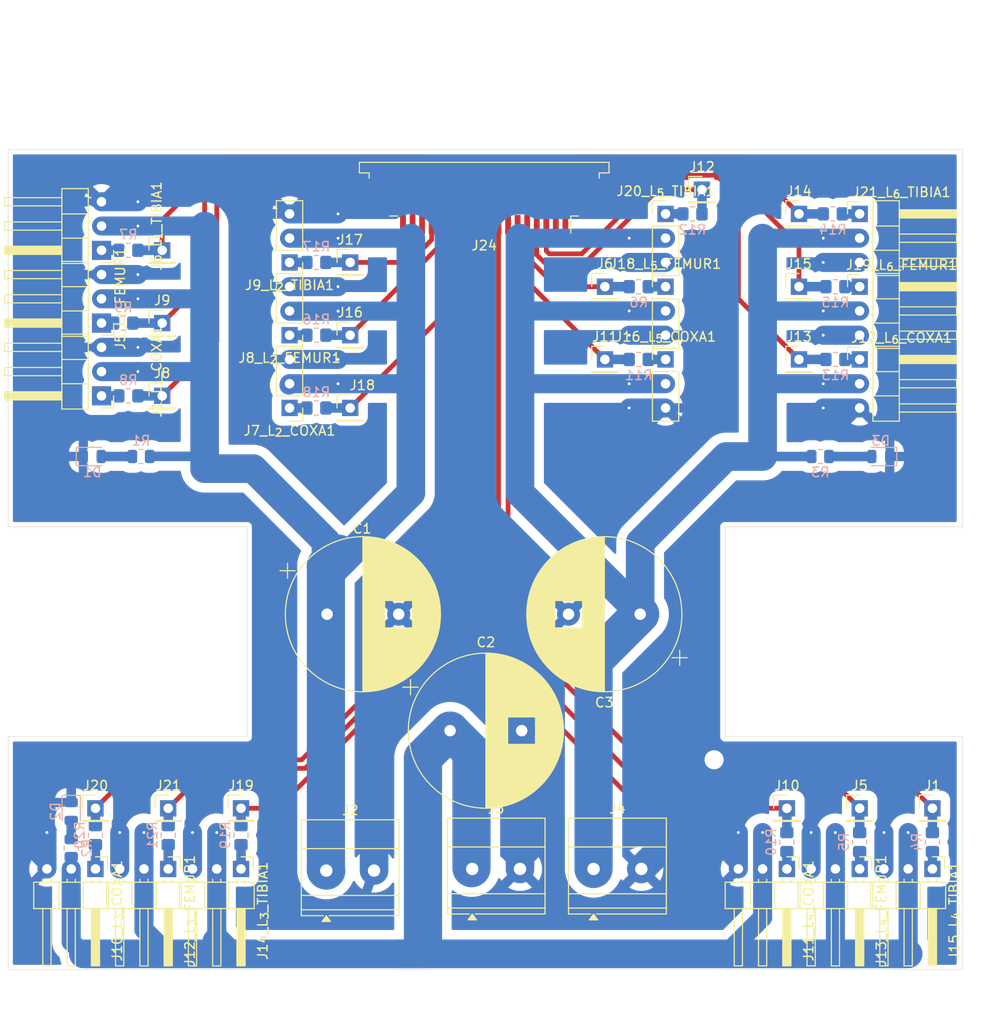
<source format=kicad_pcb>
(kicad_pcb (version 20241229) (generator "pcbnew") (generator_version "9.0")
  (layers (0 "F.Cu" signal) (2 "B.Cu" signal) (13 "F.Paste" user) (15 "B.Paste" user) (5 "F.SilkS" user "F.Silkscreen") (7 "B.SilkS" user "B.Silkscreen") (1 "F.Mask" user) (3 "B.Mask" user) (25 "Edge.Cuts" user))
  (net 0 "")
  (net 1 "L_{1}_COXA")
  (net 2 "GND")
  (net 3 "6V_UBEC1")
  (net 4 "L_{1}_FEMUR")
  (net 5 "L_{2}_COXA")
  (net 6 "L_{2}_FEMUR")
  (net 7 "L_{2}_TIBIA")
  (net 8 "L_{3}_COXA")
  (net 9 "L_{4}_COXA")
  (net 10 "L_{3}_FEMUR")
  (net 11 "L_{4}_FEMUR")
  (net 12 "L_{3}_TIBIA")
  (net 13 "L_{4}_TIBIA")
  (net 14 "L_{5}_COXA")
  (net 15 "L_{6}_COXA")
  (net 16 "L_{5}_FEMUR")
  (net 17 "L_{6}_FEMUR")
  (net 18 "L_{5}_TIBIA")
  (net 19 "L_{6}_TIBIA")
  (net 20 "6V_UBEC2")
  (net 21 "6V_UBEC3")
  (net 22 "Net-(D1-A)")
  (net 23 "Net-(D2-A)")
  (net 24 "Net-(D3-A)")
  (net 25 "L_{1}_TIBIA")
  (footprint "Connector_PinHeader_2.54mm:PinHeader_1x01_P2.54mm_Vertical" (layer "F.Cu") (at 207.01 59.69)
    (property "Reference" "J15")
    (property "Value" "Conn_01x01_Pin")
  )
  (footprint "Connector_PinHeader_2.54mm:PinHeader_1x01_P2.54mm_Vertical" (layer "F.Cu") (at 148.59 114.3)
    (property "Reference" "J19")
    (property "Value" "Conn_01x01_Pin")
  )
  (footprint "Connector_PinHeader_2.54mm:PinHeader_1x01_P2.54mm_Vertical" (layer "F.Cu") (at 205.74 114.3)
    (property "Reference" "J10")
    (property "Value" "Conn_01x01_Pin")
  )
  (footprint "Connector_PinHeader_2.54mm:PinHeader_1x03_P2.54mm_Horizontal" (layer "F.Cu") (at 148.59 120.65 -90)
    (property "Reference" "J14_L_{3}_TIBIA1")
    (property "Value" "Conn_01x03_Pin")
  )
  (footprint "Connector_PinHeader_2.54mm:PinHeader_1x03_P2.54mm_Horizontal" (layer "F.Cu") (at 213.36 67.31)
    (property "Reference" "J17_L_{6}_COXA1")
    (property "Value" "Conn_01x03_Pin")
  )
  (footprint "Connector_PinHeader_2.54mm:PinHeader_1x03_P2.54mm_Vertical" (layer "F.Cu") (at 193.04 52.07)
    (property "Reference" "J20_L_{5}_TIBIA1")
    (property "Value" "Conn_01x03_Pin")
  )
  (footprint "TerminalBlock_Phoenix:TerminalBlock_Phoenix_MKDS-1,5-2_1x02_P5.00mm_Horizontal" (layer "F.Cu") (at 172.8 120.65)
    (property "Reference" "J3")
    (property "Value" "Barrel_Jack")
  )
  (footprint "Connector_PinHeader_2.54mm:PinHeader_1x01_P2.54mm_Vertical" (layer "F.Cu") (at 186.69 67.31)
    (property "Reference" "J11")
    (property "Value" "Conn_01x01_Pin")
  )
  (footprint "Connector_PinHeader_2.54mm:PinHeader_1x01_P2.54mm_Vertical" (layer "F.Cu") (at 140.335 55.88)
    (property "Reference" "J7" (hide yes))
    (property "Value" "Conn_01x01_Pin")
  )
  (footprint "Connector_FFC-FPC:TE_1-84952-8_1x18-1MP_P1.0mm_Horizontal" (layer "F.Cu") (at 174.05 51.38 180)
    (property "Reference" "J24")
    (property "Value" "Conn_01x18")
  )
  (footprint "Capacitor_THT:CP_Radial_D16.0mm_P7.50mm" (layer "F.Cu") (at 157.6 93.98)
    (property "Reference" "C1")
    (property "Value" "C_10000_µF")
  )
  (footprint "TerminalBlock_Phoenix:TerminalBlock_Phoenix_MKDS-1,5-2_1x02_P5.00mm_Horizontal" (layer "F.Cu") (at 157.52 120.8225)
    (property "Reference" "J2")
    (property "Value" "Barrel_Jack")
  )
  (footprint "Connector_PinHeader_2.54mm:PinHeader_1x03_P2.54mm_Horizontal" (layer "F.Cu") (at 133.35 120.65 -90)
    (property "Reference" "J10_L_{3}_COXA1")
    (property "Value" "Conn_01x03_Pin")
  )
  (footprint "Connector_PinHeader_2.54mm:PinHeader_1x03_P2.54mm_Vertical" (layer "F.Cu") (at 153.67 64.77 180)
    (property "Reference" "J8_L_{2}_FEMUR1")
    (property "Value" "Conn_01x03_Pin")
  )
  (footprint "Connector_PinHeader_2.54mm:PinHeader_1x03_P2.54mm_Horizontal" (layer "F.Cu") (at 213.36 120.65 -90)
    (property "Reference" "J13_L_{4}_FEMUR1")
    (property "Value" "Conn_01x03_Pin")
  )
  (footprint "Connector_PinHeader_2.54mm:PinHeader_1x01_P2.54mm_Vertical" (layer "F.Cu") (at 220.98 114.3)
    (property "Reference" "J1")
    (property "Value" "Conn_01x01_Pin")
  )
  (footprint "Connector_PinHeader_2.54mm:PinHeader_1x01_P2.54mm_Vertical" (layer "F.Cu") (at 140.335 63.5)
    (property "Reference" "J9")
    (property "Value" "Conn_01x01_Pin")
  )
  (footprint "Connector_PinHeader_2.54mm:PinHeader_1x01_P2.54mm_Vertical" (layer "F.Cu") (at 140.97 114.3)
    (property "Reference" "J21")
    (property "Value" "Conn_01x01_Pin")
  )
  (footprint "Connector_PinHeader_2.54mm:PinHeader_1x03_P2.54mm_Horizontal" (layer "F.Cu") (at 133.985 71.12 180)
    (property "Reference" "J1_L_{1}_COXA1")
    (property "Value" "Conn_01x03_Pin")
  )
  (footprint "Connector_PinHeader_2.54mm:PinHeader_1x03_P2.54mm_Horizontal" (layer "F.Cu") (at 140.97 120.65 -90)
    (property "Reference" "J12_L_{3}_FEMUR1")
    (property "Value" "Conn_01x03_Pin")
  )
  (footprint "TerminalBlock_Phoenix:TerminalBlock_Phoenix_MKDS-1,5-2_1x02_P5.00mm_Horizontal" (layer "F.Cu") (at 185.5 120.65)
    (property "Reference" "J4")
    (property "Value" "Barrel_Jack")
  )
  (footprint "Connector_PinHeader_2.54mm:PinHeader_1x03_P2.54mm_Vertical" (layer "F.Cu") (at 193.04 67.31)
    (property "Reference" "J16_L_{5}_COXA1")
    (property "Value" "Conn_01x03_Pin")
  )
  (footprint "Connector_PinHeader_2.54mm:PinHeader_1x01_P2.54mm_Vertical" (layer "F.Cu") (at 160.02 72.39)
    (property "Reference" "J18")
    (property "Value" "Conn_01x01_Pin")
  )
  (footprint "Connector_PinHeader_2.54mm:PinHeader_1x03_P2.54mm_Horizontal" (layer "F.Cu") (at 205.74 120.65 -90)
    (property "Reference" "J11_L_{4}_COXA1")
    (property "Value" "Conn_01x03_Pin")
  )
  (footprint "Connector_PinHeader_2.54mm:PinHeader_1x03_P2.54mm_Horizontal" (layer "F.Cu") (at 133.985 55.88 180)
    (property "Reference" "J6_L_{1}_TIBIA1")
    (property "Value" "Conn_01x03_Pin")
  )
  (footprint "Connector_PinHeader_2.54mm:PinHeader_1x03_P2.54mm_Horizontal" (layer "F.Cu") (at 220.98 120.65 -90)
    (property "Reference" "J15_L_{4}_TIBIA1")
    (property "Value" "Conn_01x03_Pin")
  )
  (footprint "Connector_PinHeader_2.54mm:PinHeader_1x01_P2.54mm_Vertical" (layer "F.Cu") (at 207.01 67.31)
    (property "Reference" "J13")
    (property "Value" "Conn_01x01_Pin")
  )
  (footprint "Connector_PinHeader_2.54mm:PinHeader_1x01_P2.54mm_Vertical" (layer "F.Cu") (at 140.335 71.12)
    (property "Reference" "J8")
    (property "Value" "Conn_01x01_Pin")
  )
  (footprint "Connector_PinHeader_2.54mm:PinHeader_1x01_P2.54mm_Vertical" (layer "F.Cu") (at 186.69 59.69)
    (property "Reference" "J6")
    (property "Value" "Conn_01x01_Pin")
  )
  (footprint "Connector_PinHeader_2.54mm:PinHeader_1x01_P2.54mm_Vertical" (layer "F.Cu") (at 133.35 114.3)
    (property "Reference" "J20")
    (property "Value" "Conn_01x01_Pin")
  )
  (footprint "Connector_PinHeader_2.54mm:PinHeader_1x01_P2.54mm_Vertical" (layer "F.Cu") (at 160.02 64.77)
    (property "Reference" "J16")
    (property "Value" "Conn_01x01_Pin")
  )
  (footprint "Connector_PinHeader_2.54mm:PinHeader_1x03_P2.54mm_Vertical" (layer "F.Cu") (at 193.04 59.69)
    (property "Reference" "J18_L_{5}_FEMUR1")
    (property "Value" "Conn_01x03_Pin")
  )
  (footprint "Connector_PinHeader_2.54mm:PinHeader_1x01_P2.54mm_Vertical" (layer "F.Cu") (at 160.02 57.15)
    (property "Reference" "J17")
    (property "Value" "Conn_01x01_Pin")
  )
  (footprint "Capacitor_THT:CP_Radial_D16.0mm_P7.50mm" (layer "F.Cu") (at 170.477246 106.172)
    (property "Reference" "C2")
    (property "Value" "C_10000_µF")
  )
  (footprint "Connector_PinHeader_2.54mm:PinHeader_1x01_P2.54mm_Vertical" (layer "F.Cu") (at 207.01 52.07)
    (property "Reference" "J14")
    (property "Value" "Conn_01x01_Pin")
  )
  (footprint "Connector_PinHeader_2.54mm:PinHeader_1x03_P2.54mm_Vertical" (layer "F.Cu") (at 153.67 57.15 180)
    (property "Reference" "J9_L_{2}_TIBIA1")
    (property "Value" "Conn_01x03_Pin")
  )
  (footprint "Connector_PinHeader_2.54mm:PinHeader_1x01_P2.54mm_Vertical" (layer "F.Cu") (at 196.85 49.53)
    (property "Reference" "J12")
    (property "Value" "Conn_01x01_Pin")
  )
  (footprint "Connector_PinHeader_2.54mm:PinHeader_1x01_P2.54mm_Vertical" (layer "F.Cu") (at 213.36 114.3)
    (property "Reference" "J5")
    (property "Value" "Conn_01x01_Pin")
  )
  (footprint "Connector_PinHeader_2.54mm:PinHeader_1x03_P2.54mm_Vertical" (layer "F.Cu") (at 153.67 72.39 180)
    (property "Reference" "J7_L_{2}_COXA1")
    (property "Value" "Conn_01x03_Pin")
  )
  (footprint "Connector_PinHeader_2.54mm:PinHeader_1x03_P2.54mm_Horizontal" (layer "F.Cu") (at 213.36 59.69)
    (property "Reference" "J19_L_{6}_FEMUR1")
    (property "Value" "Conn_01x03_Pin")
  )
  (footprint "Connector_PinHeader_2.54mm:PinHeader_1x03_P2.54mm_Horizontal" (layer "F.Cu") (at 133.985 63.5 180)
    (property "Reference" "J5_L_{1}_FEMUR1")
    (property "Value" "Conn_01x03_Pin")
  )
  (footprint "Capacitor_THT:CP_Radial_D16.0mm_P7.50mm" (layer "F.Cu") (at 190.38 93.98 180)
    (property "Reference" "C3")
    (property "Value" "C_10000_µF")
  )
  (footprint "Connector_PinHeader_2.54mm:PinHeader_1x03_P2.54mm_Horizontal" (layer "F.Cu") (at 213.36 52.07)
    (property "Reference" "J21_L_{6}_TIBIA1")
    (property "Value" "Conn_01x03_Pin")
  )
  (footprint "Resistor_SMD:R_0805_2012Metric_Pad1.20x1.40mm_HandSolder" (layer "B.Cu") (at 140.97 117.11 -90)
    (property "Reference" "R21")
    (property "Value" "470")
  )
  (footprint "Resistor_SMD:R_0805_2012Metric_Pad1.20x1.40mm_HandSolder" (layer "B.Cu") (at 210.82 67.31)
    (property "Reference" "R13")
    (property "Value" "470")
  )
  (footprint "Resistor_SMD:R_0805_2012Metric_Pad1.20x1.40mm_HandSolder" (layer "B.Cu") (at 148.59 117.11 -90)
    (property "Reference" "R19")
    (property "Value" "470")
  )
  (footprint "Resistor_SMD:R_0805_2012Metric_Pad1.20x1.40mm_HandSolder" (layer "B.Cu") (at 195.85 52.07)
    (property "Reference" "R12")
    (property "Value" "470")
  )
  (footprint "Resistor_SMD:R_0805_2012Metric" (layer "B.Cu") (at 130.81 118.4675 90)
    (property "Reference" "R2")
    (property "Value" "R_Small")
  )
  (footprint "Resistor_SMD:R_0805_2012Metric_Pad1.20x1.40mm_HandSolder" (layer "B.Cu") (at 210.55 52.07)
    (property "Reference" "R14")
    (property "Value" "470")
  )
  (footprint "Resistor_SMD:R_0805_2012Metric" (layer "B.Cu") (at 138.1225 77.47 180)
    (property "Reference" "R1")
    (property "Value" "R_Small")
  )
  (footprint "Resistor_SMD:R_0805_2012Metric" (layer "B.Cu") (at 209.2425 77.47)
    (property "Reference" "R3")
    (property "Value" "R_Small")
  )
  (footprint "Resistor_SMD:R_0805_2012Metric_Pad1.20x1.40mm_HandSolder" (layer "B.Cu") (at 136.255 63.5 180)
    (property "Reference" "R9")
    (property "Value" "470")
  )
  (footprint "Resistor_SMD:R_0805_2012Metric_Pad1.20x1.40mm_HandSolder" (layer "B.Cu") (at 190.23 59.69)
    (property "Reference" "R6")
    (property "Value" "470")
  )
  (footprint "Resistor_SMD:R_0805_2012Metric_Pad1.20x1.40mm_HandSolder" (layer "B.Cu") (at 133.35 117.11 -90)
    (property "Reference" "R20")
    (property "Value" "470")
  )
  (footprint "LED_SMD:LED_0805_2012Metric" (layer "B.Cu") (at 133.0175 77.47)
    (property "Reference" "D1")
    (property "Value" "LED_Small")
  )
  (footprint "Resistor_SMD:R_0805_2012Metric_Pad1.20x1.40mm_HandSolder" (layer "B.Cu") (at 136.795 71.12 180)
    (property "Reference" "R8")
    (property "Value" "470")
  )
  (footprint "Resistor_SMD:R_0805_2012Metric_Pad1.20x1.40mm_HandSolder" (layer "B.Cu") (at 205.74 117.84 -90)
    (property "Reference" "R10")
    (property "Value" "470")
  )
  (footprint "Resistor_SMD:R_0805_2012Metric_Pad1.20x1.40mm_HandSolder" (layer "B.Cu") (at 213.36 117.84 -90)
    (property "Reference" "R5")
    (property "Value" "470")
  )
  (footprint "Resistor_SMD:R_0805_2012Metric_Pad1.20x1.40mm_HandSolder" (layer "B.Cu") (at 190.23 67.31)
    (property "Reference" "R11")
    (property "Value" "470")
  )
  (footprint "Resistor_SMD:R_0805_2012Metric_Pad1.20x1.40mm_HandSolder" (layer "B.Cu") (at 156.48 57.15 180)
    (property "Reference" "R17")
    (property "Value" "470")
  )
  (footprint "Resistor_SMD:R_0805_2012Metric_Pad1.20x1.40mm_HandSolder" (layer "B.Cu") (at 210.82 59.69)
    (property "Reference" "R15")
    (property "Value" "470")
  )
  (footprint "LED_SMD:LED_0805_2012Metric" (layer "B.Cu") (at 215.5675 77.47 180)
    (property "Reference" "D3")
    (property "Value" "LED_Small")
  )
  (footprint "Resistor_SMD:R_0805_2012Metric_Pad1.20x1.40mm_HandSolder" (layer "B.Cu") (at 136.795 55.88 180)
    (property "Reference" "R7")
    (property "Value" "470")
  )
  (footprint "LED_SMD:LED_0805_2012Metric" (layer "B.Cu") (at 130.81 114.6325 -90)
    (property "Reference" "D2")
    (property "Value" "LED_Small")
  )
  (footprint "Resistor_SMD:R_0805_2012Metric_Pad1.20x1.40mm_HandSolder" (layer "B.Cu") (at 156.48 64.77 180)
    (property "Reference" "R16")
    (property "Value" "470")
  )
  (footprint "Resistor_SMD:R_0805_2012Metric_Pad1.20x1.40mm_HandSolder" (layer "B.Cu") (at 156.48 72.39 180)
    (property "Reference" "R18")
    (property "Value" "470")
  )
  (footprint "Resistor_SMD:R_0805_2012Metric_Pad1.20x1.40mm_HandSolder" (layer "B.Cu") (at 220.98 117.84 -90)
    (property "Reference" "R4")
    (property "Value" "470")
  )
  (gr_poly (pts (xy 124.206 45.339) (xy 124.206 84.836) (xy 149.225 84.836) (xy 149.225 106.807) (xy 124.206 106.807) (xy 124.206 131.191) (xy 224.155 131.191) (xy 224.155 106.807) (xy 199.263 106.807) (xy 199.263 84.836) (xy 224.155 84.836) (xy 224.155 45.339)) (stroke (width 0.05)) (fill no) (layer "Edge.Cuts"))
  (segment (start 140.335 71.12) (end 146.05 65.405) (width 0.5) (layer "F.Cu") (net 1))
  (segment (start 165.55 48.71) (end 165.55 53.18) (width 0.5) (layer "F.Cu") (net 1))
  (segment (start 146.05 50.8) (end 148.921 47.929) (width 0.5) (layer "F.Cu") (net 1))
  (segment (start 164.769 47.929) (end 165.55 48.71) (width 0.5) (layer "F.Cu") (net 1))
  (segment (start 146.05 65.405) (end 146.05 50.8) (width 0.5) (layer "F.Cu") (net 1))
  (segment (start 148.921 47.929) (end 164.769 47.929) (width 0.5) (layer "F.Cu") (net 1))
  (segment (start 133.985 71.12) (end 135.525 71.12) (width 1) (layer "B.Cu") (net 1))
  (segment (start 140.335 71.12) (end 137.795 71.12) (width 1) (layer "B.Cu") (net 1))
  (via (at 128.27 116.84) (size 1.6) (drill 0.3) (layers "F.Cu" "B.Cu") (net 2))
  (via (at 208.28 116.84) (size 1.6) (drill 0.3) (layers "F.Cu" "B.Cu") (net 2))
  (via (at 209.55 64.77) (size 1.6) (drill 0.3) (layers "F.Cu" "B.Cu") (net 2))
  (via (at 137.795 58.42) (size 1.6) (drill 0.3) (layers "F.Cu" "B.Cu") (net 2))
  (via (at 135.89 116.84) (size 1.6) (drill 0.3) (layers "F.Cu" "B.Cu") (net 2))
  (via (at 189.23 72.39) (size 1.6) (drill 0.3) (layers "F.Cu" "B.Cu") (net 2))
  (via (at 198.12 109.22) (size 3) (drill 2) (layers "F.Cu" "B.Cu") (net 2))
  (via (at 137.795 66.04) (size 1.6) (drill 0.3) (layers "F.Cu" "B.Cu") (net 2))
  (via (at 137.795 50.8) (size 1.6) (drill 0.3) (layers "F.Cu" "B.Cu") (net 2))
  (via (at 209.55 57.15) (size 1.6) (drill 0.3) (layers "F.Cu" "B.Cu") (net 2))
  (via (at 209.55 72.39) (size 1.6) (drill 0.3) (layers "F.Cu" "B.Cu") (net 2))
  (via (at 158.75 52.07) (size 1.6) (drill 0.3) (layers "F.Cu" "B.Cu") (net 2))
  (via (at 143.51 116.84) (size 1.6) (drill 0.3) (layers "F.Cu" "B.Cu") (net 2))
  (via (at 200.66 116.84) (size 1.6) (drill 0.3) (layers "F.Cu" "B.Cu") (net 2))
  (via (at 215.9 116.84) (size 1.6) (drill 0.3) (layers "F.Cu" "B.Cu") (net 2))
  (via (at 189.23 57.15) (size 1.6) (drill 0.3) (layers "F.Cu" "B.Cu") (net 2))
  (via (at 189.23 64.77) (size 1.6) (drill 0.3) (layers "F.Cu" "B.Cu") (net 2))
  (via (at 158.75 67.31) (size 1.6) (drill 0.3) (layers "F.Cu" "B.Cu") (net 2))
  (via (at 158.75 59.69) (size 1.6) (drill 0.3) (layers "F.Cu" "B.Cu") (net 2))
  (segment (start 162.52 118.15) (end 162.56 118.11) (width 1) (layer "B.Cu") (net 2))
  (segment (start 153.67 67.31) (end 151.13 67.31) (width 1) (layer "B.Cu") (net 2))
  (segment (start 193.04 57.15) (end 189.23 57.15) (width 2) (layer "B.Cu") (net 2))
  (segment (start 133.985 58.42) (end 137.795 58.42) (width 2) (layer "B.Cu") (net 2))
  (segment (start 153.67 59.69) (end 151.13 59.69) (width 1) (layer "B.Cu") (net 2))
  (segment (start 130.81 113.695) (end 130.81 111.76) (width 1) (layer "B.Cu") (net 2))
  (segment (start 200.66 120.65) (end 200.66 116.84) (width 2) (layer "B.Cu") (net 2))
  (segment (start 213.36 57.15) (end 209.55 57.15) (width 2) (layer "B.Cu") (net 2))
  (segment (start 215.9 120.65) (end 215.9 116.84) (width 2) (layer "B.Cu") (net 2))
  (segment (start 153.67 59.69) (end 158.75 59.69) (width 2) (layer "B.Cu") (net 2))
  (segment (start 153.67 67.31) (end 158.75 67.31) (width 2) (layer "B.Cu") (net 2))
  (segment (start 193.04 64.77) (end 196.85 64.77) (width 1) (layer "B.Cu") (net 2))
  (segment (start 177.8 106.349246) (end 177.977246 106.172) (width 3) (layer "B.Cu") (net 2))
  (segment (start 133.985 66.04) (end 130.556 66.04) (width 1) (layer "B.Cu") (net 2))
  (segment (start 193.04 57.15) (end 196.85 57.15) (width 1) (layer "B.Cu") (net 2))
  (segment (start 208.28 120.65) (end 208.28 116.84) (width 2) (layer "B.Cu") (net 2))
  (segment (start 133.985 50.8) (end 130.81 50.8) (width 1) (layer "B.Cu") (net 2))
  (segment (start 193.04 72.39) (end 196.85 72.39) (width 1) (layer "B.Cu") (net 2))
  (segment (start 153.67 52.07) (end 158.75 52.07) (width 2) (layer "B.Cu") (net 2))
  (segment (start 133.985 66.04) (end 137.795 66.04) (width 2) (layer "B.Cu") (net 2))
  (segment (start 135.89 120.65) (end 135.89 116.84) (width 2) (layer "B.Cu") (net 2))
  (segment (start 177.8 120.65) (end 177.8 106.349246) (width 3) (layer "B.Cu") (net 2))
  (segment (start 213.36 72.39) (end 209.55 72.39) (width 2) (layer "B.Cu") (net 2))
  (segment (start 153.67 52.07) (end 151.13 52.07) (width 1) (layer "B.Cu") (net 2))
  (segment (start 133.985 50.8) (end 137.795 50.8) (width 2) (layer "B.Cu") (net 2))
  (segment (start 162.52 120.8225) (end 162.52 118.15) (width 3) (layer "B.Cu") (net 2))
  (segment (start 128.27 120.65) (end 128.27 116.84) (width 2) (layer "B.Cu") (net 2))
  (segment (start 133.985 58.42) (end 130.556 58.42) (width 1) (layer "B.Cu") (net 2))
  (segment (start 193.04 72.39) (end 189.23 72.39) (width 2) (layer "B.Cu") (net 2))
  (segment (start 151.13 52.07) (end 152.4 52.07) (width 1) (layer "B.Cu") (net 2))
  (segment (start 213.36 64.77) (end 209.55 64.77) (width 2) (layer "B.Cu") (net 2))
  (segment (start 143.51 120.65) (end 143.51 116.84) (width 2) (layer "B.Cu") (net 2))
  (segment (start 190.5 120.65) (end 193.04 118.11) (width 3) (layer "B.Cu") (net 2))
  (segment (start 193.04 64.77) (end 189.23 64.77) (width 2) (layer "B.Cu") (net 2))
  (via (at 137.795 68.58) (size 1.6) (drill 0.3) (layers "F.Cu" "B.Cu") (net 3))
  (via (at 137.795 53.34) (size 1.6) (drill 0.3) (layers "F.Cu" "B.Cu") (net 3))
  (via (at 158.75 69.85) (size 1.6) (drill 0.3) (layers "F.Cu" "B.Cu") (net 3))
  (via (at 158.75 62.254138) (size 1.6) (drill 0.3) (layers "F.Cu" "B.Cu") (net 3))
  (via (at 137.795 60.96) (size 1.6) (drill 0.3) (layers "F.Cu" "B.Cu") (net 3))
  (via (at 158.75 54.61) (size 1.6) (drill 0.3) (layers "F.Cu" "B.Cu") (net 3))
  (segment (start 158.75 62.254138) (end 166.345862 62.254138) (width 2) (layer "B.Cu") (net 3))
  (segment (start 157.6 89.02) (end 157.48 88.9) (width 3) (layer "B.Cu") (net 3))
  (segment (start 158.75 87.63) (end 159.047246 87.63) (width 1) (layer "B.Cu") (net 3))
  (segment (start 139.035 77.47) (end 139.051384 77.453616) (width 1) (layer "B.Cu") (net 3))
  (segment (start 166.37 62.23) (end 166.37 69.85) (width 3) (layer "B.Cu") (net 3))
  (segment (start 153.61 70) (end 153.67 69.94) (width 2) (layer "B.Cu") (net 3))
  (segment (start 157.52 120.8225) (end 157.48 120.7825) (width 4) (layer "B.Cu") (net 3))
  (segment (start 137.795 68.58) (end 144.78 68.58) (width 2) (layer "B.Cu") (net 3))
  (segment (start 158.75 69.85) (end 166.37 69.85) (width 2) (layer "B.Cu") (net 3))
  (segment (start 133.985 60.96) (end 137.795 60.96) (width 2) (layer "B.Cu") (net 3))
  (segment (start 137.795 53.34) (end 144.78 53.34) (width 2) (layer "B.Cu") (net 3))
  (segment (start 133.985 68.58) (end 137.795 68.58) (width 2) (layer "B.Cu") (net 3))
  (segment (start 166.37 69.85) (end 166.37 81.28) (width 3) (layer "B.Cu") (net 3))
  (segment (start 153.67 69.85) (end 158.75 69.85) (width 2) (layer "B.Cu") (net 3))
  (segment (start 157.48 88.9) (end 157.48 86.36) (width 3) (layer "B.Cu") (net 3))
  (segment (start 157.48 86.36) (end 149.86 78.74) (width 3) (layer "B.Cu") (net 3))
  (segment (start 153.67 62.23) (end 153.694138 62.254138) (width 1) (layer "B.Cu") (net 3))
  (segment (start 166.37 81.28) (end 157.6 90.05) (width 3) (layer "B.Cu") (net 3))
  (segment (start 149.86 78.74) (end 144.78 78.74) (width 3) (layer "B.Cu") (net 3))
  (segment (start 144.78 68.58) (end 144.78 60.96) (width 3) (layer "B.Cu") (net 3))
  (segment (start 144.78 60.96) (end 144.78 53.34) (width 3) (layer "B.Cu") (net 3))
  (segment (start 153.67 69.94) (end 153.67 69.85) (width 2) (layer "B.Cu") (net 3))
  (segment (start 153.694138 62.254138) (end 158.75 62.254138) (width 2) (layer "B.Cu") (net 3))
  (segment (start 133.985 53.34) (end 137.795 53.34) (width 2) (layer "B.Cu") (net 3))
  (segment (start 166.345862 62.254138) (end 166.37 62.23) (width 1) (layer "B.Cu") (net 3))
  (segment (start 139.051384 77.453616) (end 144.78 77.453616) (width 1) (layer "B.Cu") (net 3))
  (segment (start 158.75 54.61) (end 166.37 54.61) (width 2) (layer "B.Cu") (net 3))
  (segment (start 157.6 90.05) (end 157.6 93.98) (width 3) (layer "B.Cu") (net 3))
  (segment (start 157.48 88.9) (end 158.75 87.63) (width 4) (layer "B.Cu") (net 3))
  (segment (start 157.6 93.98) (end 157.6 89.02) (width 3) (layer "B.Cu") (net 3))
  (segment (start 144.78 78.74) (end 144.78 68.58) (width 3) (layer "B.Cu") (net 3))
  (segment (start 153.67 54.61) (end 158.75 54.61) (width 2) (layer "B.Cu") (net 3))
  (segment (start 157.48 120.7825) (end 157.48 88.9) (width 4) (layer "B.Cu") (net 3))
  (segment (start 137.795 60.96) (end 144.78 60.96) (width 2) (layer "B.Cu") (net 3))
  (segment (start 166.37 54.61) (end 166.37 62.23) (width 3) (layer "B.Cu") (net 3))
  (segment (start 147.32 46.99) (end 166.37 46.99) (width 0.5) (layer "F.Cu") (net 4))
  (segment (start 166.37 46.99) (end 166.55 47.17) (width 0.5) (layer "F.Cu") (net 4))
  (segment (start 144.78 49.53) (end 147.32 46.99) (width 0.5) (layer "F.Cu") (net 4))
  (segment (start 166.55 47.17) (end 166.55 53.18) (width 0.5) (layer "F.Cu") (net 4))
  (segment (start 144.78 59.055) (end 144.78 49.53) (width 0.5) (layer "F.Cu") (net 4))
  (segment (start 140.335 63.5) (end 144.78 59.055) (width 0.5) (layer "F.Cu") (net 4))
  (segment (start 137.795 63.5) (end 140.335 63.5) (width 1) (layer "B.Cu") (net 4))
  (segment (start 160.02 72.39) (end 170.55 61.86) (width 0.5) (layer "F.Cu") (net 5))
  (segment (start 170.55 61.86) (end 170.55 53.18) (width 0.5) (layer "F.Cu") (net 5))
  (segment (start 157.48 72.39) (end 160.02 72.39) (width 1) (layer "B.Cu") (net 5))
  (segment (start 153.67 72.39) (end 155.48 72.39) (width 1) (layer "B.Cu") (net 5))
  (segment (start 169.55 55.24) (end 169.55 53.18) (width 0.5) (layer "F.Cu") (net 6))
  (segment (start 160.02 64.77) (end 169.55 55.24) (width 0.5) (layer "F.Cu") (net 6))
  (segment (start 157.48 64.77) (end 160.02 64.77) (width 1) (layer "B.Cu") (net 6))
  (segment (start 153.67 64.77) (end 155.48 64.77) (width 1) (layer "B.Cu") (net 6))
  (segment (start 166.187 57.15) (end 168.55 54.787) (width 0.5) (layer "F.Cu") (net 7))
  (segment (start 168.55 54.787) (end 168.55 53.18) (width 0.5) (layer "F.Cu") (net 7))
  (segment (start 160.02 57.15) (end 166.187 57.15) (width 0.5) (layer "F.Cu") (net 7))
  (segment (start 157.48 57.15) (end 160.02 57.15) (width 1) (layer "B.Cu") (net 7))
  (segment (start 153.67 57.15) (end 155.48 57.15) (width 1) (layer "B.Cu") (net 7))
  (segment (start 133.35 114.3) (end 138.43 109.22) (width 0.5) (layer "F.Cu") (net 8))
  (segment (start 171.55 90.27) (end 171.55 53.18) (width 0.5) (layer "F.Cu") (net 8))
  (segment (start 138.43 109.22) (end 154.94 109.22) (width 0.5) (layer "F.Cu") (net 8))
  (segment (start 171.55 92.61) (end 171.55 90.27) (width 0.5) (layer "F.Cu") (net 8))
  (segment (start 154.94 109.22) (end 171.55 92.61) (width 0.5) (layer "F.Cu") (net 8))
  (segment (start 133.35 118.11) (end 133.35 120.65) (width 1) (layer "B.Cu") (net 8))
  (segment (start 133.35 116.11) (end 133.35 114.3) (width 1) (layer "B.Cu") (net 8))
  (segment (start 190.5 114.3) (end 174.55 98.35) (width 0.5) (layer "F.Cu") (net 9))
  (segment (start 205.74 114.3) (end 190.5 114.3) (width 0.5) (layer "F.Cu") (net 9))
  (segment (start 174.55 98.35) (end 174.55 53.18) (width 0.5) (layer "F.Cu") (net 9))
  (segment (start 205.74 116.84) (end 205.74 114.3) (width 1) (layer "B.Cu") (net 9))
  (segment (start 205.74 120.65) (end 205.74 118.84) (width 1) (layer "B.Cu") (net 9))
  (segment (start 145.149 110.121) (end 155.313207 110.120999) (width 0.5) (layer "F.Cu") (net 10))
  (segment (start 172.55 92.884206) (end 172.55 92.54) (width 0.5) (layer "F.Cu") (net 10))
  (segment (start 155.313207 110.120999) (end 172.55 92.884206) (width 0.5) (layer "F.Cu") (net 10))
  (segment (start 140.97 114.3) (end 145.149 110.121) (width 0.5) (layer "F.Cu") (net 10))
  (segment (start 172.55 92.54) (end 172.55 53.18) (width 0.5) (layer "F.Cu") (net 10))
  (segment (start 140.97 120.65) (end 140.97 118.11) (width 1) (layer "B.Cu") (net 10))
  (segment (start 140.97 116.11) (end 140.97 114.3) (width 1) (layer "B.Cu") (net 10))
  (segment (start 203.589 111.371) (end 201.93 113.03) (width 0.5) (layer "F.Cu") (net 11))
  (segment (start 201.93 113.03) (end 191.77 113.03) (width 0.5) (layer "F.Cu") (net 11))
  (segment (start 213.36 114.3) (end 210.431 111.371) (width 0.5) (layer "F.Cu") (net 11))
  (segment (start 210.431 111.371) (end 203.589 111.371) (width 0.5) (layer "F.Cu") (net 11))
  (segment (start 191.77 113.03) (end 175.55 96.81) (width 0.5) (layer "F.Cu") (net 11))
  (segment (start 175.55 96.81) (end 175.55 53.18) (width 0.5) (layer "F.Cu") (net 11))
  (segment (start 213.36 120.65) (end 213.36 118.84) (width 1) (layer "B.Cu") (net 11))
  (segment (start 213.36 116.84) (end 213.36 114.3) (width 1) (layer "B.Cu") (net 11))
  (segment (start 148.59 114.3) (end 152.408412 114.3) (width 0.5) (layer "F.Cu") (net 12))
  (segment (start 173.55 93.158412) (end 173.55 53.18) (width 0.5) (layer "F.Cu") (net 12))
  (segment (start 152.408412 114.3) (end 173.55 93.158412) (width 0.5) (layer "F.Cu") (net 12))
  (segment (start 148.59 116.11) (end 148.59 114.3) (width 1) (layer "B.Cu") (net 12))
  (segment (start 148.59 120.65) (end 148.59 118.11) (width 1) (layer "B.Cu") (net 12))
  (segment (start 199.39 111.76) (end 193.04 111.76) (width 0.5) (layer "F.Cu") (net 13))
  (segment (start 220.98 114.3) (end 215.9 109.22) (width 0.5) (layer "F.Cu") (net 13))
  (segment (start 201.93 109.22) (end 199.39 111.76) (width 0.5) (layer "F.Cu") (net 13))
  (segment (start 176.55 95.27) (end 176.55 53.18) (width 0.5) (layer "F.Cu") (net 13))
  (segment (start 215.9 109.22) (end 201.93 109.22) (width 0.5) (layer "F.Cu") (net 13))
  (segment (start 193.04 111.76) (end 176.55 95.27) (width 0.5) (layer "F.Cu") (net 13))
  (segment (start 220.98 116.84) (end 220.98 114.3) (width 1) (layer "B.Cu") (net 13))
  (segment (start 220.98 120.65) (end 220.98 118.84) (width 1) (layer "B.Cu") (net 13))
  (segment (start 186.69 67.31) (end 177.55 58.17) (width 0.5) (layer "F.Cu") (net 14))
  (segment (start 177.55 58.17) (end 177.55 53.18) (width 0.5) (layer "F.Cu") (net 14))
  (segment (start 186.69 67.31) (end 189.23 67.31) (width 1) (layer "B.Cu") (net 14))
  (segment (start 191.23 67.31) (end 193.04 67.31) (width 1) (layer "B.Cu") (net 14))
  (segment (start 195.349 48.26) (end 193.04 48.26) (width 0.5) (layer "F.Cu") (net 15))
  (segment (start 193.04 48.26) (end 192.671 48.629) (width 0.5) (layer "F.Cu") (net 15))
  (segment (start 200.66 50.338) (end 198.582 48.26) (width 0.5) (layer "F.Cu") (net 15))
  (segment (start 200.66 60.96) (end 200.66 50.338) (width 0.5) (layer "F.Cu") (net 15))
  (segment (start 198.351 48.26) (end 198.351 48.029) (width 0.5) (layer "F.Cu") (net 15))
  (segment (start 191.884769 48.629001) (end 184.26477 56.249) (width 0.5) (layer "F.Cu") (net 15))
  (segment (start 180.862603 56.249) (end 180.55 55.936397) (width 0.5) (layer "F.Cu") (net 15))
  (segment (start 198.582 48.26) (end 198.351 48.26) (width 0.5) (layer "F.Cu") (net 15))
  (segment (start 195.349 48.029) (end 195.349 48.26) (width 0.5) (layer "F.Cu") (net 15))
  (segment (start 192.671 48.629) (end 191.884769 48.629001) (width 0.5) (layer "F.Cu") (net 15))
  (segment (start 207.01 67.31) (end 200.66 60.96) (width 0.5) (layer "F.Cu") (net 15))
  (segment (start 184.26477 56.249) (end 180.862603 56.249) (width 0.5) (layer "F.Cu") (net 15))
  (segment (start 198.351 48.029) (end 195.349 48.029) (width 0.5) (layer "F.Cu") (net 15))
  (segment (start 180.55 55.936397) (end 180.55 53.18) (width 0.5) (layer "F.Cu") (net 15))
  (segment (start 207.01 67.31) (end 209.82 67.31) (width 1) (layer "B.Cu") (net 15))
  (segment (start 211.82 67.31) (end 213.36 67.31) (width 1) (layer "B.Cu") (net 15))
  (segment (start 178.55 56.63) (end 178.55 53.18) (width 0.5) (layer "F.Cu") (net 16))
  (segment (start 181.61 59.69) (end 178.55 56.63) (width 0.5) (layer "F.Cu") (net 16))
  (segment (start 186.69 59.69) (end 181.61 59.69) (width 0.5) (layer "F.Cu") (net 16))
  (segment (start 186.69 59.69) (end 189.23 59.69) (width 1) (layer "B.Cu") (net 16))
  (segment (start 191.23 59.69) (end 193.04 59.69) (width 1) (layer "B.Cu") (net 16))
  (segment (start 207.01 59.69) (end 207.01 55.413794) (width 0.5) (layer "F.Cu") (net 17))
  (segment (start 207.01 55.413794) (end 198.586206 46.99) (width 0.5) (layer "F.Cu") (net 17))
  (segment (start 182.55 48.928) (end 182.55 53.18) (width 0.5) (layer "F.Cu") (net 17))
  (segment (start 184.488 46.99) (end 182.55 48.928) (width 0.5) (layer "F.Cu") (net 17))
  (segment (start 198.586206 46.99) (end 184.488 46.99) (width 0.5) (layer "F.Cu") (net 17))
  (segment (start 211.82 59.69) (end 213.36 59.69) (width 1) (layer "B.Cu") (net 17))
  (segment (start 207.01 59.69) (end 209.82 59.69) (width 1) (layer "B.Cu") (net 17))
  (segment (start 184.637976 57.15) (end 180.344206 57.15) (width 0.5) (layer "F.Cu") (net 18))
  (segment (start 180.344206 57.15) (end 179.55 56.355794) (width 0.5) (layer "F.Cu") (net 18))
  (segment (start 179.55 56.355794) (end 179.55 53.18) (width 0.5) (layer "F.Cu") (net 18))
  (segment (start 192.257976 49.53) (end 184.637976 57.15) (width 0.5) (layer "F.Cu") (net 18))
  (segment (start 196.85 49.53) (end 192.257976 49.53) (width 0.5) (layer "F.Cu") (net 18))
  (segment (start 196.85 52.07) (end 196.85 49.53) (width 1) (layer "B.Cu") (net 18))
  (segment (start 194.85 52.07) (end 193.04 52.07) (width 1) (layer "B.Cu") (net 18))
  (segment (start 181.55 48.32) (end 181.55 53.18) (width 0.5) (layer "F.Cu") (net 19))
  (segment (start 201.029001 46.089001) (end 183.780999 46.089001) (width 0.5) (layer "F.Cu") (net 19))
  (segment (start 207.01 52.07) (end 201.029001 46.089001) (width 0.5) (layer "F.Cu") (net 19))
  (segment (start 183.780999 46.089001) (end 181.55 48.32) (width 0.5) (layer "F.Cu") (net 19))
  (segment (start 209.55 52.07) (end 207.01 52.07) (width 1) (layer "B.Cu") (net 19))
  (segment (start 211.55 52.07) (end 213.36 52.07) (width 1) (layer "B.Cu") (net 19))
  (via (at 218.44 116.84) (size 1.6) (drill 0.3) (layers "F.Cu" "B.Cu") (net 20))
  (via (at 146.05 116.84) (size 1.6) (drill 0.3) (layers "F.Cu" "B.Cu") (net 20))
  (via (at 203.2 116.84) (size 1.6) (drill 0.3) (layers "F.Cu" "B.Cu") (net 20))
  (via (at 138.43 116.84) (size 1.6) (drill 0.3) (layers "F.Cu" "B.Cu") (net 20))
  (via (at 210.82 116.84) (size 1.6) (drill 0.3) (layers "F.Cu" "B.Cu") (net 20))
  (segment (start 210.82 129.54) (end 217.17 129.54) (width 3) (layer "B.Cu") (net 20))
  (segment (start 199.39 129.54) (end 201.93 129.54) (width 1) (layer "B.Cu") (net 20))
  (segment (start 140.97 129.54) (end 138.43 127) (width 2) (layer "B.Cu") (net 20))
  (segment (start 130.81 124.46) (end 130.81 120.65) (width 2) (layer "B.Cu") (net 20))
  (segment (start 170.477246 106.172) (end 172.72 108.414754) (width 4) (layer "B.Cu") (net 20))
  (segment (start 138.43 124.46) (end 138.43 120.65) (width 2) (layer "B.Cu") (net 20))
  (segment (start 203.2 120.65) (end 203.2 125.73) (width 2) (layer "B.Cu") (net 20))
  (segment (start 203.2 120.65) (end 203.2 116.84) (width 2) (layer "B.Cu") (net 20))
  (segment (start 203.2 125.73) (end 199.39 129.54) (width 2) (layer "B.Cu") (net 20))
  (segment (start 210.82 120.65) (end 210.82 116.84) (width 2) (layer "B.Cu") (net 20))
  (segment (start 167.64 129.54) (end 147.32 129.54) (width 3) (layer "B.Cu") (net 20))
  (segment (start 210.82 120.65) (end 210.82 129.54) (width 2) (layer "B.Cu") (net 20))
  (segment (start 172.72 120.57) (end 172.8 120.65) (width 3) (layer "B.Cu") (net 20))
  (segment (start 218.44 116.84) (end 218.44 120.65) (width 2) (layer "B.Cu") (net 20))
  (segment (start 138.43 127) (end 138.43 124.46) (width 2) (layer "B.Cu") (net 20))
  (segment (start 146.05 120.65) (end 146.05 116.84) (width 2) (layer "B.Cu") (net 20))
  (segment (start 132.08 129.54) (end 130.81 128.27) (width 2) (layer "B.Cu") (net 20))
  (segment (start 201.93 129.54) (end 210.82 129.54) (width 3) (layer "B.Cu") (net 20))
  (segment (start 146.05 120.65) (end 146.05 124.46) (width 2) (layer "B.Cu") (net 20))
  (segment (start 147.32 129.54) (end 132.08 129.54) (width 3) (layer "B.Cu") (net 20))
  (segment (start 146.05 124.46) (end 146.05 128.27) (width 2) (layer "B.Cu") (net 20))
  (segment (start 167.64 109.009246) (end 167.64 128.27) (width 4) (layer "B.Cu") (net 20))
  (segment (start 130.81 128.27) (end 130.81 124.46) (width 2) (layer "B.Cu") (net 20))
  (segment (start 218.44 120.65) (end 218.44 128.27) (width 2) (layer "B.Cu") (net 20))
  (segment (start 138.43 120.65) (end 138.43 116.84) (width 2) (layer "B.Cu") (net 20))
  (segment (start 170.477246 106.172) (end 167.64 109.009246) (width 4) (layer "B.Cu") (net 20))
  (segment (start 147.32 129.54) (end 146.05 128.27) (width 3) (layer "B.Cu") (net 20))
  (segment (start 201.93 129.54) (end 165.1 129.54) (width 3) (layer "B.Cu") (net 20))
  (segment (start 172.72 108.414754) (end 172.72 120.57) (width 4) (layer "B.Cu") (net 20))
  (segment (start 130.81 120.65) (end 130.81 119.38) (width 1) (layer "B.Cu") (net 20))
  (segment (start 147.32 129.54) (end 140.97 129.54) (width 1) (layer "B.Cu") (net 20))
  (segment (start 217.17 129.54) (end 218.44 129.54) (width 3) (layer "B.Cu") (net 20))
  (segment (start 218.44 128.27) (end 217.17 129.54) (width 1) (layer "B.Cu") (net 20))
  (via (at 209.55 62.23) (size 1.6) (drill 0.3) (layers "F.Cu" "B.Cu") (net 21))
  (via (at 209.55 54.61) (size 1.6) (drill 0.3) (layers "F.Cu" "B.Cu") (net 21))
  (via (at 209.55 69.85) (size 1.6) (drill 0.3) (layers "F.Cu" "B.Cu") (net 21))
  (via (at 189.23 54.61) (size 1.6) (drill 0.3) (layers "F.Cu" "B.Cu") (net 21))
  (via (at 189.23 69.85) (size 1.6) (drill 0.3) (layers "F.Cu" "B.Cu") (net 21))
  (via (at 189.23 62.23) (size 1.6) (drill 0.3) (layers "F.Cu" "B.Cu") (net 21))
  (segment (start 209.55 62.23) (end 203.2 62.23) (width 2) (layer "B.Cu") (net 21))
  (segment (start 193.04 54.61) (end 189.23 54.61) (width 2) (layer "B.Cu") (net 21))
  (segment (start 177.8 69.85) (end 177.8 62.23) (width 3) (layer "B.Cu") (net 21))
  (segment (start 203.2 62.23) (end 203.2 54.61) (width 3) (layer "B.Cu") (net 21))
  (segment (start 203.2 77.47) (end 203.2 69.85) (width 3) (layer "B.Cu") (net 21))
  (segment (start 177.8 81.28) (end 177.8 69.85) (width 3) (layer "B.Cu") (net 21))
  (segment (start 213.36 69.85) (end 209.55 69.85) (width 2) (layer "B.Cu") (net 21))
  (segment (start 199.39 77.47) (end 203.2 77.47) (width 3) (layer "B.Cu") (net 21))
  (segment (start 193.04 62.23) (end 189.23 62.23) (width 2) (layer "B.Cu") (net 21))
  (segment (start 190.38 93.98) (end 190.38 93.86) (width 3) (layer "B.Cu") (net 21))
  (segment (start 203.2 77.47) (end 208.28 77.47) (width 1) (layer "B.Cu") (net 21))
  (segment (start 209.55 69.85) (end 203.2 69.85) (width 2) (layer "B.Cu") (net 21))
  (segment (start 189.23 54.61) (end 177.8 54.61) (width 2) (layer "B.Cu") (net 21))
  (segment (start 190.38 93.98) (end 185.5 98.86) (width 4) (layer "B.Cu") (net 21))
  (segment (start 189.23 62.23) (end 177.8 62.23) (width 2) (layer "B.Cu") (net 21))
  (segment (start 203.2 69.85) (end 203.2 62.23) (width 3) (layer "B.Cu") (net 21))
  (segment (start 213.36 62.23) (end 209.55 62.23) (width 2) (layer "B.Cu") (net 21))
  (segment (start 190.38 93.98) (end 190.38 86.48) (width 3) (layer "B.Cu") (net 21))
  (segment (start 213.36 54.61) (end 209.55 54.61) (width 2) (layer "B.Cu") (net 21))
  (segment (start 209.55 54.61) (end 203.2 54.61) (width 2) (layer "B.Cu") (net 21))
  (segment (start 185.5 98.86) (end 185.5 120.65) (width 4) (layer "B.Cu") (net 21))
  (segment (start 177.8 62.23) (end 177.8 54.61) (width 3) (layer "B.Cu") (net 21))
  (segment (start 193.04 69.85) (end 189.23 69.85) (width 2) (layer "B.Cu") (net 21))
  (segment (start 190.38 86.48) (end 199.39 77.47) (width 3) (layer "B.Cu") (net 21))
  (segment (start 190.38 93.86) (end 177.8 81.28) (width 3) (layer "B.Cu") (net 21))
  (segment (start 189.23 69.85) (end 177.8 69.85) (width 2) (layer "B.Cu") (net 21))
  (segment (start 137.21 77.47) (end 133.955 77.47) (width 1) (layer "B.Cu") (net 22))
  (segment (start 130.81 117.555) (end 130.81 115.57) (width 1) (layer "B.Cu") (net 23))
  (segment (start 210.155 77.47) (end 214.63 77.47) (width 1) (layer "B.Cu") (net 24))
  (segment (start 167.64 46.09) (end 167.55 46.18) (width 0.5) (layer "F.Cu") (net 25))
  (segment (start 167.55 46.18) (end 167.55 53.18) (width 0.5) (layer "F.Cu") (net 25))
  (segment (start 140.335 52.700794) (end 146.945794 46.09) (width 0.5) (layer "F.Cu") (net 25))
  (segment (start 140.335 55.88) (end 140.335 52.700794) (width 0.5) (layer "F.Cu") (net 25))
  (segment (start 146.945794 46.09) (end 167.64 46.09) (width 0.5) (layer "F.Cu") (net 25))
  (segment (start 133.985 55.88) (end 135.795 55.88) (width 1) (layer "B.Cu") (net 25))
  (segment (start 140.335 55.88) (end 137.795 55.88) (width 1) (layer "B.Cu") (net 25))
  (zone (net 2) (net_name "GND") (layer "B.Cu") (connect_pads (clearance 1)) (min_thickness 0.25) (fill yes (thermal_gap 1) (thermal_bridge_width 1))
    (polygon (pts (xy 124.46 44.45) (xy 223.52 44.45) (xy 223.52 130.81) (xy 124.46 130.81)))
  )
)
</source>
